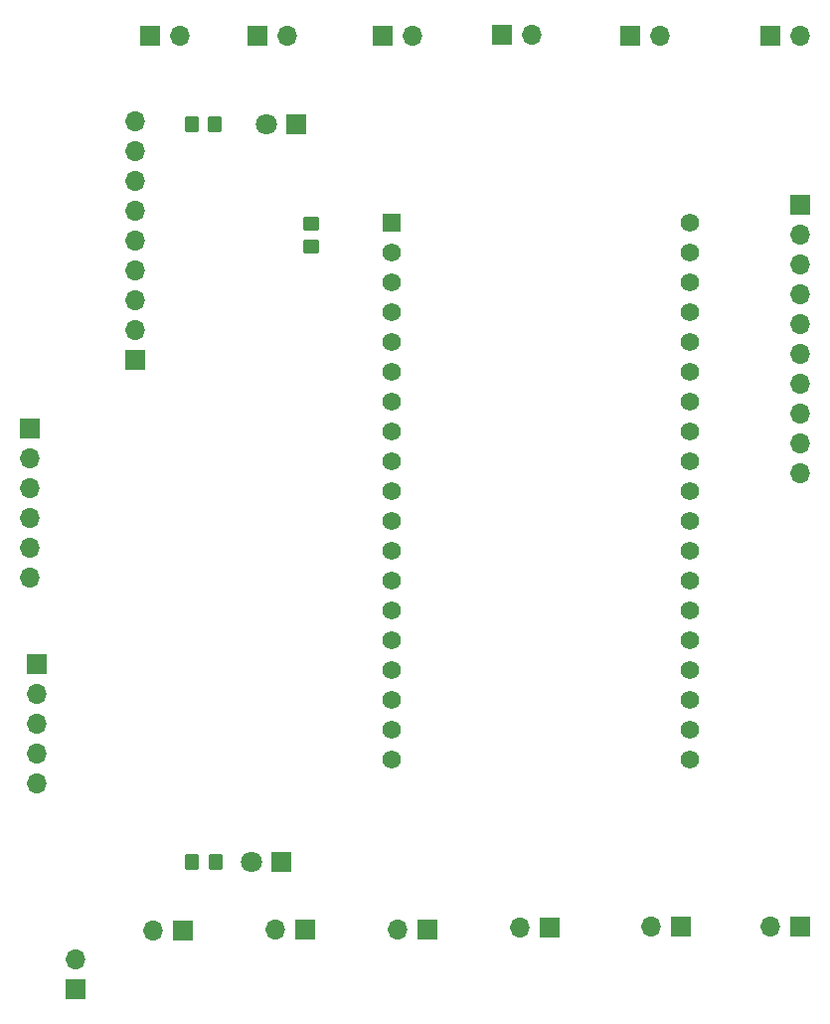
<source format=gbr>
%TF.GenerationSoftware,KiCad,Pcbnew,(6.0.6-0)*%
%TF.CreationDate,2023-02-15T09:52:43-08:00*%
%TF.ProjectId,le2-daq-new,6c65322d-6461-4712-9d6e-65772e6b6963,rev?*%
%TF.SameCoordinates,Original*%
%TF.FileFunction,Soldermask,Top*%
%TF.FilePolarity,Negative*%
%FSLAX46Y46*%
G04 Gerber Fmt 4.6, Leading zero omitted, Abs format (unit mm)*
G04 Created by KiCad (PCBNEW (6.0.6-0)) date 2023-02-15 09:52:43*
%MOMM*%
%LPD*%
G01*
G04 APERTURE LIST*
G04 Aperture macros list*
%AMRoundRect*
0 Rectangle with rounded corners*
0 $1 Rounding radius*
0 $2 $3 $4 $5 $6 $7 $8 $9 X,Y pos of 4 corners*
0 Add a 4 corners polygon primitive as box body*
4,1,4,$2,$3,$4,$5,$6,$7,$8,$9,$2,$3,0*
0 Add four circle primitives for the rounded corners*
1,1,$1+$1,$2,$3*
1,1,$1+$1,$4,$5*
1,1,$1+$1,$6,$7*
1,1,$1+$1,$8,$9*
0 Add four rect primitives between the rounded corners*
20,1,$1+$1,$2,$3,$4,$5,0*
20,1,$1+$1,$4,$5,$6,$7,0*
20,1,$1+$1,$6,$7,$8,$9,0*
20,1,$1+$1,$8,$9,$2,$3,0*%
G04 Aperture macros list end*
%ADD10R,1.700000X1.700000*%
%ADD11O,1.700000X1.700000*%
%ADD12R,1.560000X1.560000*%
%ADD13C,1.560000*%
%ADD14R,1.800000X1.800000*%
%ADD15C,1.800000*%
%ADD16RoundRect,0.250000X-0.350000X-0.450000X0.350000X-0.450000X0.350000X0.450000X-0.350000X0.450000X0*%
%ADD17RoundRect,0.250000X0.450000X-0.350000X0.450000X0.350000X-0.450000X0.350000X-0.450000X-0.350000X0*%
G04 APERTURE END LIST*
D10*
%TO.C,J17*%
X97085000Y-125735000D03*
D11*
X97085000Y-123195000D03*
%TD*%
D12*
%TO.C,U1*%
X123963000Y-60390000D03*
D13*
X123963000Y-62930000D03*
X123963000Y-65470000D03*
X123963000Y-68010000D03*
X123963000Y-70550000D03*
X123963000Y-73090000D03*
X123963000Y-75630000D03*
X123963000Y-78170000D03*
X123963000Y-80710000D03*
X123963000Y-83250000D03*
X123963000Y-85790000D03*
X123963000Y-88330000D03*
X123963000Y-90870000D03*
X123963000Y-93410000D03*
X123963000Y-95950000D03*
X123963000Y-98490000D03*
X123963000Y-101030000D03*
X123963000Y-103570000D03*
X123963000Y-106110000D03*
X149363000Y-60390000D03*
X149363000Y-62930000D03*
X149363000Y-65470000D03*
X149363000Y-68010000D03*
X149363000Y-70550000D03*
X149363000Y-73090000D03*
X149363000Y-75630000D03*
X149363000Y-78170000D03*
X149363000Y-80710000D03*
X149363000Y-83250000D03*
X149363000Y-85790000D03*
X149363000Y-88330000D03*
X149363000Y-90870000D03*
X149363000Y-93410000D03*
X149363000Y-95950000D03*
X149363000Y-98490000D03*
X149363000Y-101030000D03*
X149363000Y-103570000D03*
X149363000Y-106110000D03*
%TD*%
D10*
%TO.C,J16*%
X106172000Y-120698000D03*
D11*
X103632000Y-120698000D03*
%TD*%
D10*
%TO.C,J15*%
X137414000Y-120444000D03*
D11*
X134874000Y-120444000D03*
%TD*%
D10*
%TO.C,J14*%
X126992000Y-120593000D03*
D11*
X124452000Y-120593000D03*
%TD*%
D10*
%TO.C,J13*%
X158742000Y-120339000D03*
D11*
X156202000Y-120339000D03*
%TD*%
D10*
%TO.C,J12*%
X116578000Y-120593000D03*
D11*
X114038000Y-120593000D03*
%TD*%
D10*
%TO.C,J11*%
X148582000Y-120339000D03*
D11*
X146042000Y-120339000D03*
%TD*%
D10*
%TO.C,J10*%
X156205000Y-44507000D03*
D11*
X158745000Y-44507000D03*
%TD*%
D10*
%TO.C,J9*%
X144267000Y-44507000D03*
D11*
X146807000Y-44507000D03*
%TD*%
%TO.C,J8*%
X125725000Y-44507000D03*
D10*
X123185000Y-44507000D03*
%TD*%
D11*
%TO.C,J7*%
X135893000Y-44402000D03*
D10*
X133353000Y-44402000D03*
%TD*%
%TO.C,J6*%
X112517000Y-44507000D03*
D11*
X115057000Y-44507000D03*
%TD*%
D10*
%TO.C,J5*%
X103373000Y-44507000D03*
D11*
X105913000Y-44507000D03*
%TD*%
D10*
%TO.C,J4*%
X93726000Y-98044000D03*
D11*
X93726000Y-100584000D03*
X93726000Y-103124000D03*
X93726000Y-105664000D03*
X93726000Y-108204000D03*
%TD*%
D10*
%TO.C,J3*%
X93161000Y-77978000D03*
D11*
X93161000Y-80518000D03*
X93161000Y-83058000D03*
X93161000Y-85598000D03*
X93161000Y-88138000D03*
X93161000Y-90678000D03*
%TD*%
D10*
%TO.C,J2*%
X102165000Y-72126000D03*
D11*
X102165000Y-69586000D03*
X102165000Y-67046000D03*
X102165000Y-64506000D03*
X102165000Y-61966000D03*
X102165000Y-59426000D03*
X102165000Y-56886000D03*
X102165000Y-54346000D03*
X102165000Y-51806000D03*
%TD*%
D10*
%TO.C,J1*%
X158820000Y-58933000D03*
D11*
X158820000Y-61473000D03*
X158820000Y-64013000D03*
X158820000Y-66553000D03*
X158820000Y-69093000D03*
X158820000Y-71633000D03*
X158820000Y-74173000D03*
X158820000Y-76713000D03*
X158820000Y-79253000D03*
X158820000Y-81793000D03*
%TD*%
D14*
%TO.C,D1*%
X114554000Y-114856000D03*
D15*
X112014000Y-114856000D03*
%TD*%
D14*
%TO.C,D2*%
X115824000Y-52070000D03*
D15*
X113283988Y-52070006D03*
%TD*%
D16*
%TO.C,R2*%
X106966000Y-114856000D03*
X108966000Y-114856000D03*
%TD*%
D17*
%TO.C,R1*%
X117094000Y-62468000D03*
X117094000Y-60468000D03*
%TD*%
D16*
%TO.C,R3*%
X106950000Y-52070000D03*
X108950000Y-52070000D03*
%TD*%
M02*

</source>
